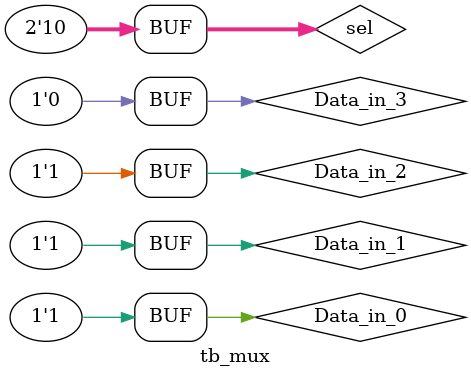
<source format=v>
module mux4 (in0, in1, in2, in3, select, out);
input in0,in1,in2,in3;
input [1:0] select;
//input select1, select0;
output out;
reg out;


always @ (in0, in1, in2, in3, select)
begin

case (select)
	2'b00 : out = in0;
         2'b01 : out = in1;
         2'b10 : out = in2;
         2'b11 : out = in3;
endcase
end

endmodule // mux4


//Testbench for the mux
module tb_mux;

    // Declaring Inputs
    reg Data_in_0;
    reg Data_in_1, Data_in_2, Data_in_3;
    reg[1:0] sel;

    // Declaring Outputs
    wire Data_out;

    // Instantiate the Unit Under Test (UUT)
    mux4 uut (
        .in0(Data_in_0), 
        .in1(Data_in_1), 
	.in2(Data_in_2), 
        .in3(Data_in_3), 
        .select(sel), 
        .out(Data_out)
    );

    initial begin
	//for creating vcd waveform file to view in gtkwave
	
	$dumpfile ("mux4_out.vcd"); 
	$dumpvars(0, tb_mux);

        // Apply Inputs
        Data_in_0 = 0;
        Data_in_1 = 0;
	Data_in_2 = 0;
	Data_in_3 = 0;
        sel = 2'b00;
        // Wait 100 ns
        #100;
      
    end
      

always @ (Data_in_0,Data_in_1,Data_in_2,Data_in_3,sel)
	begin
  
        //Similarly apply Inputs always
        Data_in_0 = 0;      Data_in_1 = 0;    Data_in_2 = 0;      Data_in_3 = 0;    sel = 2'b00;      #10;
        Data_in_0 = 0;      Data_in_1 = 1;    Data_in_2 = 1;      Data_in_3 = 0;    sel = 2'b01;      #10;
        Data_in_0 = 0;      Data_in_1 = 0;     Data_in_2 = 1;      Data_in_3 = 1;    sel = 2'b10;      #10;
        Data_in_0 = 1;      Data_in_1 = 0;     Data_in_2 = 1;      Data_in_3 = 0;    sel = 2'b11;      #50;
        Data_in_0 = 1;      Data_in_1 = 0;     Data_in_2 = 1;      Data_in_3 = 0;    sel = 2'b10;      #10;
        Data_in_0 = 1;      Data_in_1 = 1;     Data_in_2 = 1;      Data_in_3 = 0;    sel = 2'b00;      #10;
        Data_in_0 = 1;      Data_in_1 = 1;      Data_in_2 = 1;      Data_in_3 = 0;   sel = 2'b10;      #10;

	end

endmodule



//Commands to run the file
//simulate using the following command:
// iverilog -o mux_out.out  <name.v>

//Type in ls :this should show you mux_out.out file

//Run the binary using the following command:
//vvp mux_out.out  or ./mux_out.out

//View the file using the following command:
//gtkwave mux_out.vcd


</source>
